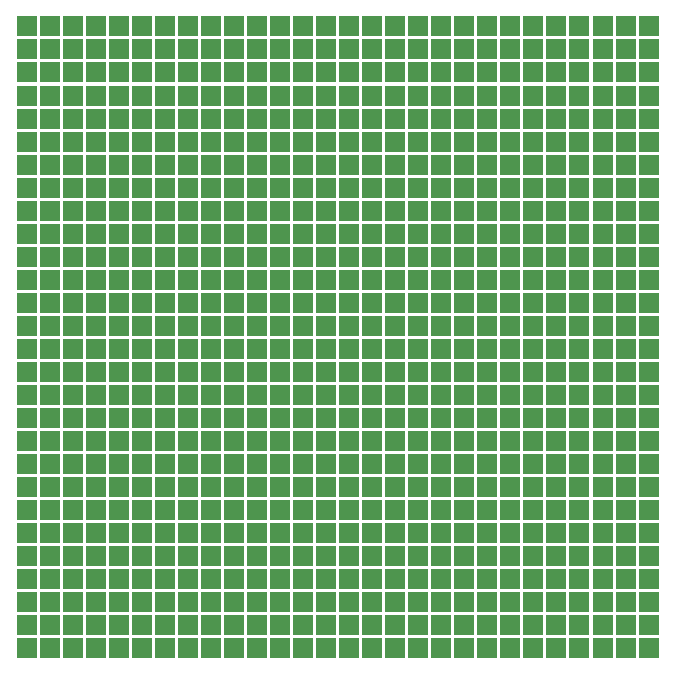
<source format=gbr>
G04 #@! TF.FileFunction,Paste,Top*
%FSLAX46Y46*%
G04 Gerber Fmt 4.6, Leading zero omitted, Abs format (unit mm)*
G04 Created by KiCad (PCBNEW 4.0.4-stable) date 02/09/17 19:27:25*
%MOMM*%
%LPD*%
G01*
G04 APERTURE LIST*
%ADD10C,0.100000*%
%ADD11R,1.800000X1.800000*%
G04 APERTURE END LIST*
D10*
D11*
X106920000Y-102150000D03*
X108870000Y-102150000D03*
X112770000Y-102150000D03*
X110820000Y-102150000D03*
X118620000Y-102150000D03*
X120570000Y-102150000D03*
X116670000Y-102150000D03*
X114720000Y-102150000D03*
X130320000Y-102150000D03*
X132270000Y-102150000D03*
X136170000Y-102150000D03*
X134220000Y-102150000D03*
X126420000Y-102150000D03*
X128370000Y-102150000D03*
X124470000Y-102150000D03*
X122520000Y-102150000D03*
X153720000Y-102150000D03*
X155670000Y-102150000D03*
X159570000Y-102150000D03*
X157620000Y-102150000D03*
X145920000Y-102150000D03*
X147870000Y-102150000D03*
X151770000Y-102150000D03*
X149820000Y-102150000D03*
X142020000Y-102150000D03*
X143970000Y-102150000D03*
X140070000Y-102150000D03*
X138120000Y-102150000D03*
X138120000Y-104100000D03*
X140070000Y-104100000D03*
X143970000Y-104100000D03*
X142020000Y-104100000D03*
X149820000Y-104100000D03*
X151770000Y-104100000D03*
X147870000Y-104100000D03*
X145920000Y-104100000D03*
X157620000Y-104100000D03*
X159570000Y-104100000D03*
X155670000Y-104100000D03*
X153720000Y-104100000D03*
X122520000Y-104100000D03*
X124470000Y-104100000D03*
X128370000Y-104100000D03*
X126420000Y-104100000D03*
X134220000Y-104100000D03*
X136170000Y-104100000D03*
X132270000Y-104100000D03*
X130320000Y-104100000D03*
X114720000Y-104100000D03*
X116670000Y-104100000D03*
X120570000Y-104100000D03*
X118620000Y-104100000D03*
X110820000Y-104100000D03*
X112770000Y-104100000D03*
X108870000Y-104100000D03*
X106920000Y-104100000D03*
X106920000Y-108000000D03*
X108870000Y-108000000D03*
X112770000Y-108000000D03*
X110820000Y-108000000D03*
X118620000Y-108000000D03*
X120570000Y-108000000D03*
X116670000Y-108000000D03*
X114720000Y-108000000D03*
X130320000Y-108000000D03*
X132270000Y-108000000D03*
X136170000Y-108000000D03*
X134220000Y-108000000D03*
X126420000Y-108000000D03*
X128370000Y-108000000D03*
X124470000Y-108000000D03*
X122520000Y-108000000D03*
X153720000Y-108000000D03*
X155670000Y-108000000D03*
X159570000Y-108000000D03*
X157620000Y-108000000D03*
X145920000Y-108000000D03*
X147870000Y-108000000D03*
X151770000Y-108000000D03*
X149820000Y-108000000D03*
X142020000Y-108000000D03*
X143970000Y-108000000D03*
X140070000Y-108000000D03*
X138120000Y-108000000D03*
X138120000Y-106050000D03*
X140070000Y-106050000D03*
X143970000Y-106050000D03*
X142020000Y-106050000D03*
X149820000Y-106050000D03*
X151770000Y-106050000D03*
X147870000Y-106050000D03*
X145920000Y-106050000D03*
X157620000Y-106050000D03*
X159570000Y-106050000D03*
X155670000Y-106050000D03*
X153720000Y-106050000D03*
X122520000Y-106050000D03*
X124470000Y-106050000D03*
X128370000Y-106050000D03*
X126420000Y-106050000D03*
X134220000Y-106050000D03*
X136170000Y-106050000D03*
X132270000Y-106050000D03*
X130320000Y-106050000D03*
X114720000Y-106050000D03*
X116670000Y-106050000D03*
X120570000Y-106050000D03*
X118620000Y-106050000D03*
X110820000Y-106050000D03*
X112770000Y-106050000D03*
X108870000Y-106050000D03*
X106920000Y-106050000D03*
X106920000Y-113850000D03*
X108870000Y-113850000D03*
X112770000Y-113850000D03*
X110820000Y-113850000D03*
X118620000Y-113850000D03*
X120570000Y-113850000D03*
X116670000Y-113850000D03*
X114720000Y-113850000D03*
X130320000Y-113850000D03*
X132270000Y-113850000D03*
X136170000Y-113850000D03*
X134220000Y-113850000D03*
X126420000Y-113850000D03*
X128370000Y-113850000D03*
X124470000Y-113850000D03*
X122520000Y-113850000D03*
X153720000Y-113850000D03*
X155670000Y-113850000D03*
X159570000Y-113850000D03*
X157620000Y-113850000D03*
X145920000Y-113850000D03*
X147870000Y-113850000D03*
X151770000Y-113850000D03*
X149820000Y-113850000D03*
X142020000Y-113850000D03*
X143970000Y-113850000D03*
X140070000Y-113850000D03*
X138120000Y-113850000D03*
X138120000Y-115800000D03*
X140070000Y-115800000D03*
X143970000Y-115800000D03*
X142020000Y-115800000D03*
X149820000Y-115800000D03*
X151770000Y-115800000D03*
X147870000Y-115800000D03*
X145920000Y-115800000D03*
X157620000Y-115800000D03*
X159570000Y-115800000D03*
X155670000Y-115800000D03*
X153720000Y-115800000D03*
X122520000Y-115800000D03*
X124470000Y-115800000D03*
X128370000Y-115800000D03*
X126420000Y-115800000D03*
X134220000Y-115800000D03*
X136170000Y-115800000D03*
X132270000Y-115800000D03*
X130320000Y-115800000D03*
X114720000Y-115800000D03*
X116670000Y-115800000D03*
X120570000Y-115800000D03*
X118620000Y-115800000D03*
X110820000Y-115800000D03*
X112770000Y-115800000D03*
X108870000Y-115800000D03*
X106920000Y-115800000D03*
X106920000Y-111900000D03*
X108870000Y-111900000D03*
X112770000Y-111900000D03*
X110820000Y-111900000D03*
X118620000Y-111900000D03*
X120570000Y-111900000D03*
X116670000Y-111900000D03*
X114720000Y-111900000D03*
X130320000Y-111900000D03*
X132270000Y-111900000D03*
X136170000Y-111900000D03*
X134220000Y-111900000D03*
X126420000Y-111900000D03*
X128370000Y-111900000D03*
X124470000Y-111900000D03*
X122520000Y-111900000D03*
X153720000Y-111900000D03*
X155670000Y-111900000D03*
X159570000Y-111900000D03*
X157620000Y-111900000D03*
X145920000Y-111900000D03*
X147870000Y-111900000D03*
X151770000Y-111900000D03*
X149820000Y-111900000D03*
X142020000Y-111900000D03*
X143970000Y-111900000D03*
X140070000Y-111900000D03*
X138120000Y-111900000D03*
X138120000Y-109950000D03*
X140070000Y-109950000D03*
X143970000Y-109950000D03*
X142020000Y-109950000D03*
X149820000Y-109950000D03*
X151770000Y-109950000D03*
X147870000Y-109950000D03*
X145920000Y-109950000D03*
X157620000Y-109950000D03*
X159570000Y-109950000D03*
X155670000Y-109950000D03*
X153720000Y-109950000D03*
X122520000Y-109950000D03*
X124470000Y-109950000D03*
X128370000Y-109950000D03*
X126420000Y-109950000D03*
X134220000Y-109950000D03*
X136170000Y-109950000D03*
X132270000Y-109950000D03*
X130320000Y-109950000D03*
X114720000Y-109950000D03*
X116670000Y-109950000D03*
X120570000Y-109950000D03*
X118620000Y-109950000D03*
X110820000Y-109950000D03*
X112770000Y-109950000D03*
X108870000Y-109950000D03*
X106920000Y-109950000D03*
X106920000Y-121650000D03*
X108870000Y-121650000D03*
X112770000Y-121650000D03*
X110820000Y-121650000D03*
X118620000Y-121650000D03*
X120570000Y-121650000D03*
X116670000Y-121650000D03*
X114720000Y-121650000D03*
X130320000Y-121650000D03*
X132270000Y-121650000D03*
X136170000Y-121650000D03*
X134220000Y-121650000D03*
X126420000Y-121650000D03*
X128370000Y-121650000D03*
X124470000Y-121650000D03*
X122520000Y-121650000D03*
X153720000Y-121650000D03*
X155670000Y-121650000D03*
X159570000Y-121650000D03*
X157620000Y-121650000D03*
X145920000Y-121650000D03*
X147870000Y-121650000D03*
X151770000Y-121650000D03*
X149820000Y-121650000D03*
X142020000Y-121650000D03*
X143970000Y-121650000D03*
X140070000Y-121650000D03*
X138120000Y-121650000D03*
X138120000Y-123600000D03*
X140070000Y-123600000D03*
X143970000Y-123600000D03*
X142020000Y-123600000D03*
X149820000Y-123600000D03*
X151770000Y-123600000D03*
X147870000Y-123600000D03*
X145920000Y-123600000D03*
X157620000Y-123600000D03*
X159570000Y-123600000D03*
X155670000Y-123600000D03*
X153720000Y-123600000D03*
X122520000Y-123600000D03*
X124470000Y-123600000D03*
X128370000Y-123600000D03*
X126420000Y-123600000D03*
X134220000Y-123600000D03*
X136170000Y-123600000D03*
X132270000Y-123600000D03*
X130320000Y-123600000D03*
X114720000Y-123600000D03*
X116670000Y-123600000D03*
X120570000Y-123600000D03*
X118620000Y-123600000D03*
X110820000Y-123600000D03*
X112770000Y-123600000D03*
X108870000Y-123600000D03*
X106920000Y-123600000D03*
X106920000Y-119700000D03*
X108870000Y-119700000D03*
X112770000Y-119700000D03*
X110820000Y-119700000D03*
X118620000Y-119700000D03*
X120570000Y-119700000D03*
X116670000Y-119700000D03*
X114720000Y-119700000D03*
X130320000Y-119700000D03*
X132270000Y-119700000D03*
X136170000Y-119700000D03*
X134220000Y-119700000D03*
X126420000Y-119700000D03*
X128370000Y-119700000D03*
X124470000Y-119700000D03*
X122520000Y-119700000D03*
X153720000Y-119700000D03*
X155670000Y-119700000D03*
X159570000Y-119700000D03*
X157620000Y-119700000D03*
X145920000Y-119700000D03*
X147870000Y-119700000D03*
X151770000Y-119700000D03*
X149820000Y-119700000D03*
X142020000Y-119700000D03*
X143970000Y-119700000D03*
X140070000Y-119700000D03*
X138120000Y-119700000D03*
X138120000Y-117750000D03*
X140070000Y-117750000D03*
X143970000Y-117750000D03*
X142020000Y-117750000D03*
X149820000Y-117750000D03*
X151770000Y-117750000D03*
X147870000Y-117750000D03*
X145920000Y-117750000D03*
X157620000Y-117750000D03*
X159570000Y-117750000D03*
X155670000Y-117750000D03*
X153720000Y-117750000D03*
X122520000Y-117750000D03*
X124470000Y-117750000D03*
X128370000Y-117750000D03*
X126420000Y-117750000D03*
X134220000Y-117750000D03*
X136170000Y-117750000D03*
X132270000Y-117750000D03*
X130320000Y-117750000D03*
X114720000Y-117750000D03*
X116670000Y-117750000D03*
X120570000Y-117750000D03*
X118620000Y-117750000D03*
X110820000Y-117750000D03*
X112770000Y-117750000D03*
X108870000Y-117750000D03*
X106920000Y-117750000D03*
X106920000Y-86550000D03*
X108870000Y-86550000D03*
X112770000Y-86550000D03*
X110820000Y-86550000D03*
X118620000Y-86550000D03*
X120570000Y-86550000D03*
X116670000Y-86550000D03*
X114720000Y-86550000D03*
X130320000Y-86550000D03*
X132270000Y-86550000D03*
X136170000Y-86550000D03*
X134220000Y-86550000D03*
X126420000Y-86550000D03*
X128370000Y-86550000D03*
X124470000Y-86550000D03*
X122520000Y-86550000D03*
X153720000Y-86550000D03*
X155670000Y-86550000D03*
X159570000Y-86550000D03*
X157620000Y-86550000D03*
X145920000Y-86550000D03*
X147870000Y-86550000D03*
X151770000Y-86550000D03*
X149820000Y-86550000D03*
X142020000Y-86550000D03*
X143970000Y-86550000D03*
X140070000Y-86550000D03*
X138120000Y-86550000D03*
X138120000Y-88500000D03*
X140070000Y-88500000D03*
X143970000Y-88500000D03*
X142020000Y-88500000D03*
X149820000Y-88500000D03*
X151770000Y-88500000D03*
X147870000Y-88500000D03*
X145920000Y-88500000D03*
X157620000Y-88500000D03*
X159570000Y-88500000D03*
X155670000Y-88500000D03*
X153720000Y-88500000D03*
X122520000Y-88500000D03*
X124470000Y-88500000D03*
X128370000Y-88500000D03*
X126420000Y-88500000D03*
X134220000Y-88500000D03*
X136170000Y-88500000D03*
X132270000Y-88500000D03*
X130320000Y-88500000D03*
X114720000Y-88500000D03*
X116670000Y-88500000D03*
X120570000Y-88500000D03*
X118620000Y-88500000D03*
X110820000Y-88500000D03*
X112770000Y-88500000D03*
X108870000Y-88500000D03*
X106920000Y-88500000D03*
X106920000Y-92400000D03*
X108870000Y-92400000D03*
X112770000Y-92400000D03*
X110820000Y-92400000D03*
X118620000Y-92400000D03*
X120570000Y-92400000D03*
X116670000Y-92400000D03*
X114720000Y-92400000D03*
X130320000Y-92400000D03*
X132270000Y-92400000D03*
X136170000Y-92400000D03*
X134220000Y-92400000D03*
X126420000Y-92400000D03*
X128370000Y-92400000D03*
X124470000Y-92400000D03*
X122520000Y-92400000D03*
X153720000Y-92400000D03*
X155670000Y-92400000D03*
X159570000Y-92400000D03*
X157620000Y-92400000D03*
X145920000Y-92400000D03*
X147870000Y-92400000D03*
X151770000Y-92400000D03*
X149820000Y-92400000D03*
X142020000Y-92400000D03*
X143970000Y-92400000D03*
X140070000Y-92400000D03*
X138120000Y-92400000D03*
X138120000Y-90450000D03*
X140070000Y-90450000D03*
X143970000Y-90450000D03*
X142020000Y-90450000D03*
X149820000Y-90450000D03*
X151770000Y-90450000D03*
X147870000Y-90450000D03*
X145920000Y-90450000D03*
X157620000Y-90450000D03*
X159570000Y-90450000D03*
X155670000Y-90450000D03*
X153720000Y-90450000D03*
X122520000Y-90450000D03*
X124470000Y-90450000D03*
X128370000Y-90450000D03*
X126420000Y-90450000D03*
X134220000Y-90450000D03*
X136170000Y-90450000D03*
X132270000Y-90450000D03*
X130320000Y-90450000D03*
X114720000Y-90450000D03*
X116670000Y-90450000D03*
X120570000Y-90450000D03*
X118620000Y-90450000D03*
X110820000Y-90450000D03*
X112770000Y-90450000D03*
X108870000Y-90450000D03*
X106920000Y-90450000D03*
X106920000Y-98250000D03*
X108870000Y-98250000D03*
X112770000Y-98250000D03*
X110820000Y-98250000D03*
X118620000Y-98250000D03*
X120570000Y-98250000D03*
X116670000Y-98250000D03*
X114720000Y-98250000D03*
X130320000Y-98250000D03*
X132270000Y-98250000D03*
X136170000Y-98250000D03*
X134220000Y-98250000D03*
X126420000Y-98250000D03*
X128370000Y-98250000D03*
X124470000Y-98250000D03*
X122520000Y-98250000D03*
X153720000Y-98250000D03*
X155670000Y-98250000D03*
X159570000Y-98250000D03*
X157620000Y-98250000D03*
X145920000Y-98250000D03*
X147870000Y-98250000D03*
X151770000Y-98250000D03*
X149820000Y-98250000D03*
X142020000Y-98250000D03*
X143970000Y-98250000D03*
X140070000Y-98250000D03*
X138120000Y-98250000D03*
X138120000Y-100200000D03*
X140070000Y-100200000D03*
X143970000Y-100200000D03*
X142020000Y-100200000D03*
X149820000Y-100200000D03*
X151770000Y-100200000D03*
X147870000Y-100200000D03*
X145920000Y-100200000D03*
X157620000Y-100200000D03*
X159570000Y-100200000D03*
X155670000Y-100200000D03*
X153720000Y-100200000D03*
X122520000Y-100200000D03*
X124470000Y-100200000D03*
X128370000Y-100200000D03*
X126420000Y-100200000D03*
X134220000Y-100200000D03*
X136170000Y-100200000D03*
X132270000Y-100200000D03*
X130320000Y-100200000D03*
X114720000Y-100200000D03*
X116670000Y-100200000D03*
X120570000Y-100200000D03*
X118620000Y-100200000D03*
X110820000Y-100200000D03*
X112770000Y-100200000D03*
X108870000Y-100200000D03*
X106920000Y-100200000D03*
X106920000Y-96300000D03*
X108870000Y-96300000D03*
X112770000Y-96300000D03*
X110820000Y-96300000D03*
X118620000Y-96300000D03*
X120570000Y-96300000D03*
X116670000Y-96300000D03*
X114720000Y-96300000D03*
X130320000Y-96300000D03*
X132270000Y-96300000D03*
X136170000Y-96300000D03*
X134220000Y-96300000D03*
X126420000Y-96300000D03*
X128370000Y-96300000D03*
X124470000Y-96300000D03*
X122520000Y-96300000D03*
X153720000Y-96300000D03*
X155670000Y-96300000D03*
X159570000Y-96300000D03*
X157620000Y-96300000D03*
X145920000Y-96300000D03*
X147870000Y-96300000D03*
X151770000Y-96300000D03*
X149820000Y-96300000D03*
X142020000Y-96300000D03*
X143970000Y-96300000D03*
X140070000Y-96300000D03*
X138120000Y-96300000D03*
X138120000Y-94350000D03*
X140070000Y-94350000D03*
X143970000Y-94350000D03*
X142020000Y-94350000D03*
X149820000Y-94350000D03*
X151770000Y-94350000D03*
X147870000Y-94350000D03*
X145920000Y-94350000D03*
X157620000Y-94350000D03*
X159570000Y-94350000D03*
X155670000Y-94350000D03*
X153720000Y-94350000D03*
X122520000Y-94350000D03*
X124470000Y-94350000D03*
X128370000Y-94350000D03*
X126420000Y-94350000D03*
X134220000Y-94350000D03*
X136170000Y-94350000D03*
X132270000Y-94350000D03*
X130320000Y-94350000D03*
X114720000Y-94350000D03*
X116670000Y-94350000D03*
X120570000Y-94350000D03*
X118620000Y-94350000D03*
X110820000Y-94350000D03*
X112770000Y-94350000D03*
X108870000Y-94350000D03*
X106920000Y-94350000D03*
X106920000Y-78750000D03*
X108870000Y-78750000D03*
X112770000Y-78750000D03*
X110820000Y-78750000D03*
X118620000Y-78750000D03*
X120570000Y-78750000D03*
X116670000Y-78750000D03*
X114720000Y-78750000D03*
X130320000Y-78750000D03*
X132270000Y-78750000D03*
X136170000Y-78750000D03*
X134220000Y-78750000D03*
X126420000Y-78750000D03*
X128370000Y-78750000D03*
X124470000Y-78750000D03*
X122520000Y-78750000D03*
X153720000Y-78750000D03*
X155670000Y-78750000D03*
X159570000Y-78750000D03*
X157620000Y-78750000D03*
X145920000Y-78750000D03*
X147870000Y-78750000D03*
X151770000Y-78750000D03*
X149820000Y-78750000D03*
X142020000Y-78750000D03*
X143970000Y-78750000D03*
X140070000Y-78750000D03*
X138120000Y-78750000D03*
X138120000Y-80700000D03*
X140070000Y-80700000D03*
X143970000Y-80700000D03*
X142020000Y-80700000D03*
X149820000Y-80700000D03*
X151770000Y-80700000D03*
X147870000Y-80700000D03*
X145920000Y-80700000D03*
X157620000Y-80700000D03*
X159570000Y-80700000D03*
X155670000Y-80700000D03*
X153720000Y-80700000D03*
X122520000Y-80700000D03*
X124470000Y-80700000D03*
X128370000Y-80700000D03*
X126420000Y-80700000D03*
X134220000Y-80700000D03*
X136170000Y-80700000D03*
X132270000Y-80700000D03*
X130320000Y-80700000D03*
X114720000Y-80700000D03*
X116670000Y-80700000D03*
X120570000Y-80700000D03*
X118620000Y-80700000D03*
X110820000Y-80700000D03*
X112770000Y-80700000D03*
X108870000Y-80700000D03*
X106920000Y-80700000D03*
X106920000Y-84600000D03*
X108870000Y-84600000D03*
X112770000Y-84600000D03*
X110820000Y-84600000D03*
X118620000Y-84600000D03*
X120570000Y-84600000D03*
X116670000Y-84600000D03*
X114720000Y-84600000D03*
X130320000Y-84600000D03*
X132270000Y-84600000D03*
X136170000Y-84600000D03*
X134220000Y-84600000D03*
X126420000Y-84600000D03*
X128370000Y-84600000D03*
X124470000Y-84600000D03*
X122520000Y-84600000D03*
X153720000Y-84600000D03*
X155670000Y-84600000D03*
X159570000Y-84600000D03*
X157620000Y-84600000D03*
X145920000Y-84600000D03*
X147870000Y-84600000D03*
X151770000Y-84600000D03*
X149820000Y-84600000D03*
X142020000Y-84600000D03*
X143970000Y-84600000D03*
X140070000Y-84600000D03*
X138120000Y-84600000D03*
X138120000Y-82650000D03*
X140070000Y-82650000D03*
X143970000Y-82650000D03*
X142020000Y-82650000D03*
X149820000Y-82650000D03*
X151770000Y-82650000D03*
X147870000Y-82650000D03*
X145920000Y-82650000D03*
X157620000Y-82650000D03*
X159570000Y-82650000D03*
X155670000Y-82650000D03*
X153720000Y-82650000D03*
X122520000Y-82650000D03*
X124470000Y-82650000D03*
X128370000Y-82650000D03*
X126420000Y-82650000D03*
X134220000Y-82650000D03*
X136170000Y-82650000D03*
X132270000Y-82650000D03*
X130320000Y-82650000D03*
X114720000Y-82650000D03*
X116670000Y-82650000D03*
X120570000Y-82650000D03*
X118620000Y-82650000D03*
X110820000Y-82650000D03*
X112770000Y-82650000D03*
X108870000Y-82650000D03*
X106920000Y-82650000D03*
X106920000Y-74850000D03*
X108870000Y-74850000D03*
X112770000Y-74850000D03*
X110820000Y-74850000D03*
X118620000Y-74850000D03*
X120570000Y-74850000D03*
X116670000Y-74850000D03*
X114720000Y-74850000D03*
X130320000Y-74850000D03*
X132270000Y-74850000D03*
X136170000Y-74850000D03*
X134220000Y-74850000D03*
X126420000Y-74850000D03*
X128370000Y-74850000D03*
X124470000Y-74850000D03*
X122520000Y-74850000D03*
X153720000Y-74850000D03*
X155670000Y-74850000D03*
X159570000Y-74850000D03*
X157620000Y-74850000D03*
X145920000Y-74850000D03*
X147870000Y-74850000D03*
X151770000Y-74850000D03*
X149820000Y-74850000D03*
X142020000Y-74850000D03*
X143970000Y-74850000D03*
X140070000Y-74850000D03*
X138120000Y-74850000D03*
X138120000Y-76800000D03*
X140070000Y-76800000D03*
X143970000Y-76800000D03*
X142020000Y-76800000D03*
X149820000Y-76800000D03*
X151770000Y-76800000D03*
X147870000Y-76800000D03*
X145920000Y-76800000D03*
X157620000Y-76800000D03*
X159570000Y-76800000D03*
X155670000Y-76800000D03*
X153720000Y-76800000D03*
X122520000Y-76800000D03*
X124470000Y-76800000D03*
X128370000Y-76800000D03*
X126420000Y-76800000D03*
X134220000Y-76800000D03*
X136170000Y-76800000D03*
X132270000Y-76800000D03*
X130320000Y-76800000D03*
X114720000Y-76800000D03*
X116670000Y-76800000D03*
X120570000Y-76800000D03*
X118620000Y-76800000D03*
X110820000Y-76800000D03*
X112770000Y-76800000D03*
X108870000Y-76800000D03*
X106920000Y-76800000D03*
X106920000Y-72900000D03*
X108870000Y-72900000D03*
X112770000Y-72900000D03*
X110820000Y-72900000D03*
X118620000Y-72900000D03*
X120570000Y-72900000D03*
X116670000Y-72900000D03*
X114720000Y-72900000D03*
X130320000Y-72900000D03*
X132270000Y-72900000D03*
X136170000Y-72900000D03*
X134220000Y-72900000D03*
X126420000Y-72900000D03*
X128370000Y-72900000D03*
X124470000Y-72900000D03*
X122520000Y-72900000D03*
X153720000Y-72900000D03*
X155670000Y-72900000D03*
X159570000Y-72900000D03*
X157620000Y-72900000D03*
X145920000Y-72900000D03*
X147870000Y-72900000D03*
X151770000Y-72900000D03*
X149820000Y-72900000D03*
X142020000Y-72900000D03*
X143970000Y-72900000D03*
X140070000Y-72900000D03*
X138120000Y-72900000D03*
X138120000Y-70950000D03*
X140070000Y-70950000D03*
X143970000Y-70950000D03*
X142020000Y-70950000D03*
X149820000Y-70950000D03*
X151770000Y-70950000D03*
X147870000Y-70950000D03*
X145920000Y-70950000D03*
X157620000Y-70950000D03*
X159570000Y-70950000D03*
X155670000Y-70950000D03*
X153720000Y-70950000D03*
X122520000Y-70950000D03*
X124470000Y-70950000D03*
X128370000Y-70950000D03*
X126420000Y-70950000D03*
X134220000Y-70950000D03*
X136170000Y-70950000D03*
X132270000Y-70950000D03*
X130320000Y-70950000D03*
X114720000Y-70950000D03*
X116670000Y-70950000D03*
X120570000Y-70950000D03*
X118620000Y-70950000D03*
X110820000Y-70950000D03*
X112770000Y-70950000D03*
X108870000Y-70950000D03*
X106920000Y-70950000D03*
M02*

</source>
